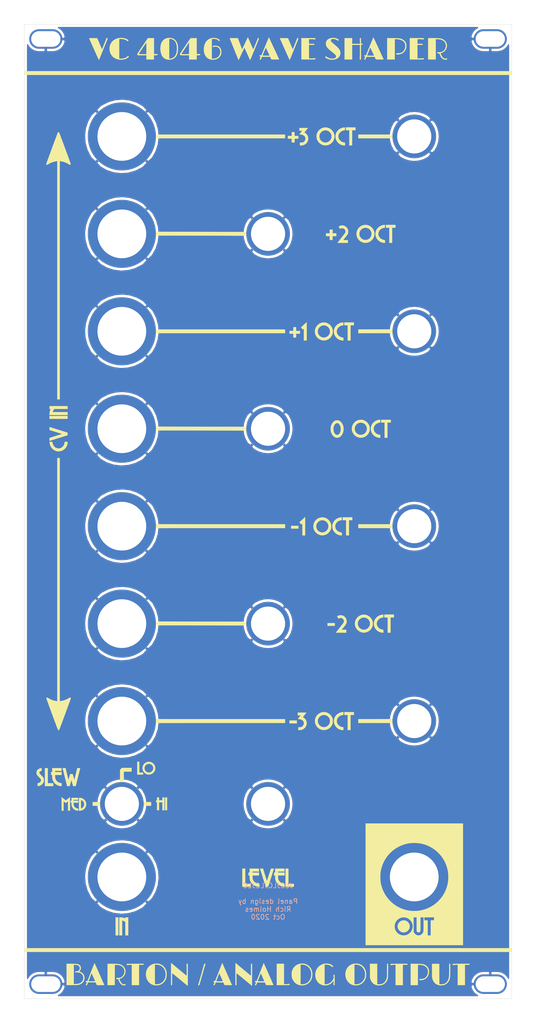
<source format=kicad_pcb>
(kicad_pcb (version 20171130) (host pcbnew 5.1.6-c6e7f7d~87~ubuntu20.04.1)
  (layers (0 F.Cu signal) (31 B.Cu signal) (34 B.Paste user) (35 F.Paste user) (36 B.SilkS user) (37 F.SilkS user) (38 B.Mask user) (39 F.Mask user) (44 Edge.Cuts user))
  (net 0 "")
  (net 1 GND)
  (module waveshaper:waveshaper-art (layer F.Cu) (at 100 100)
    (fp_text reference G*** hide)
    (fp_text value LOGO hide)
  )
  (module Kosmo_panel:Kosmo_Panel_Slotted_Mounting_Hole (layer F.Cu) (at 147 197 180)
    (fp_text reference H22 hide)
    (fp_text value MountingHole_Pad)
    (pad 1 thru_hole oval (at 1.4 0 180) (size 6.8 4) (drill oval 6 3.2) (layers *.Cu *.Mask) (net 1 GND))
  )
  (module Kosmo_panel:Kosmo_Pot_Hole (layer F.Cu) (at 100 83)
    (fp_text reference H21 hide)
    (fp_text value MountingHole_Pad)
    (pad 1 thru_hole circle (at 0 0) (size 9 9) (drill 7) (layers *.Cu *.Mask) (net 1 GND))
  )
  (module Kosmo_panel:Kosmo_Jack_Hole (layer F.Cu) (at 70 83)
    (fp_text reference H20 hide)
    (fp_text value MountingHole_Pad)
    (pad 1 thru_hole circle (at 0 0) (size 14 14) (drill 10) (layers *.Cu *.Mask) (net 1 GND))
  )
  (module Kosmo_panel:Kosmo_Panel_Slotted_Mounting_Hole (layer F.Cu) (at 53 197)
    (fp_text reference H19 hide)
    (fp_text value MountingHole_Pad)
    (pad 1 thru_hole oval (at 1.4 0) (size 6.8 4) (drill oval 6 3.2) (layers *.Cu *.Mask) (net 1 GND))
  )
  (module Kosmo_panel:Kosmo_Pot_Hole (layer F.Cu) (at 130 143)
    (fp_text reference H18 hide)
    (fp_text value MountingHole_Pad)
    (pad 1 thru_hole circle (at 0 0) (size 9 9) (drill 7) (layers *.Cu *.Mask) (net 1 GND))
  )
  (module Kosmo_panel:Kosmo_Pot_Hole (layer F.Cu) (at 130 63)
    (fp_text reference H17 hide)
    (fp_text value MountingHole_Pad)
    (pad 1 thru_hole circle (at 0 0) (size 9 9) (drill 7) (layers *.Cu *.Mask) (net 1 GND))
  )
  (module Kosmo_panel:Kosmo_Jack_Hole (layer F.Cu) (at 70 143)
    (fp_text reference H16 hide)
    (fp_text value MountingHole_Pad)
    (pad 1 thru_hole circle (at 0 0) (size 14 14) (drill 10) (layers *.Cu *.Mask) (net 1 GND))
  )
  (module Kosmo_panel:Kosmo_Jack_Hole (layer F.Cu) (at 70 63)
    (fp_text reference H15 hide)
    (fp_text value MountingHole_Pad)
    (pad 1 thru_hole circle (at 0 0) (size 14 14) (drill 10) (layers *.Cu *.Mask) (net 1 GND))
  )
  (module Kosmo_panel:Kosmo_Panel_Slotted_Mounting_Hole (layer F.Cu) (at 147 3 180)
    (fp_text reference H14 hide)
    (fp_text value MountingHole_Pad)
    (pad 1 thru_hole oval (at 1.4 0 180) (size 6.8 4) (drill oval 6 3.2) (layers *.Cu *.Mask) (net 1 GND))
  )
  (module Kosmo_panel:Kosmo_Jack_Hole (layer F.Cu) (at 130 175)
    (fp_text reference H13 hide)
    (fp_text value MountingHole_Pad)
    (pad 1 thru_hole circle (at 0 0) (size 14 14) (drill 10) (layers *.Cu *.Mask) (net 1 GND))
  )
  (module Kosmo_panel:Kosmo_Pot_Hole (layer F.Cu) (at 100 160)
    (fp_text reference H12 hide)
    (fp_text value MountingHole_Pad)
    (pad 1 thru_hole circle (at 0 0) (size 9 9) (drill 7) (layers *.Cu *.Mask) (net 1 GND))
  )
  (module Kosmo_panel:Kosmo_Pot_Hole (layer F.Cu) (at 100 123)
    (fp_text reference H11 hide)
    (fp_text value MountingHole_Pad)
    (pad 1 thru_hole circle (at 0 0) (size 9 9) (drill 7) (layers *.Cu *.Mask) (net 1 GND))
  )
  (module Kosmo_panel:Kosmo_Pot_Hole (layer F.Cu) (at 100 43)
    (fp_text reference H10 hide)
    (fp_text value MountingHole_Pad)
    (pad 1 thru_hole circle (at 0 0) (size 9 9) (drill 7) (layers *.Cu *.Mask) (net 1 GND))
  )
  (module Kosmo_panel:Kosmo_Jack_Hole (layer F.Cu) (at 70 123)
    (fp_text reference H9 hide)
    (fp_text value MountingHole_Pad)
    (pad 1 thru_hole circle (at 0 0) (size 14 14) (drill 10) (layers *.Cu *.Mask) (net 1 GND))
  )
  (module Kosmo_panel:Kosmo_Jack_Hole (layer F.Cu) (at 70 43)
    (fp_text reference H8 hide)
    (fp_text value MountingHole_Pad)
    (pad 1 thru_hole circle (at 0 0) (size 14 14) (drill 10) (layers *.Cu *.Mask) (net 1 GND))
  )
  (module Kosmo_panel:Kosmo_Panel_Slotted_Mounting_Hole (layer F.Cu) (at 53 3)
    (fp_text reference H7 hide)
    (fp_text value MountingHole_Pad)
    (pad 1 thru_hole oval (at 1.4 0) (size 6.8 4) (drill oval 6 3.2) (layers *.Cu *.Mask) (net 1 GND))
  )
  (module Kosmo_panel:Kosmo_Jack_Hole (layer F.Cu) (at 70 175)
    (fp_text reference H6 hide)
    (fp_text value MountingHole_Pad)
    (pad 1 thru_hole circle (at 0 0) (size 14 14) (drill 10) (layers *.Cu *.Mask) (net 1 GND))
  )
  (module Kosmo_panel:Kosmo_Switch_Hole (layer F.Cu) (at 70 160)
    (fp_text reference H5 hide)
    (fp_text value MountingHole_Pad)
    (pad 1 thru_hole circle (at 0 0) (size 9 9) (drill 7) (layers *.Cu *.Mask) (net 1 GND))
  )
  (module Kosmo_panel:Kosmo_Pot_Hole (layer F.Cu) (at 130 103)
    (fp_text reference H4 hide)
    (fp_text value MountingHole_Pad)
    (pad 1 thru_hole circle (at 0 0) (size 9 9) (drill 7) (layers *.Cu *.Mask) (net 1 GND))
  )
  (module Kosmo_panel:Kosmo_Pot_Hole (layer F.Cu) (at 130 23)
    (fp_text reference H3 hide)
    (fp_text value MountingHole_Pad)
    (pad 1 thru_hole circle (at 0 0) (size 9 9) (drill 7) (layers *.Cu *.Mask) (net 1 GND))
  )
  (module Kosmo_panel:Kosmo_Jack_Hole (layer F.Cu) (at 70 103)
    (fp_text reference H2 hide)
    (fp_text value MountingHole_Pad)
    (pad 1 thru_hole circle (at 0 0) (size 14 14) (drill 10) (layers *.Cu *.Mask) (net 1 GND))
  )
  (module Kosmo_panel:Kosmo_Jack_Hole (layer F.Cu) (at 70 23)
    (fp_text reference H1 hide)
    (fp_text value MountingHole_Pad)
    (pad 1 thru_hole circle (at 0 0) (size 14 14) (drill 10) (layers *.Cu *.Mask) (net 1 GND))
  )
  (module waveshaper:waveshaper-holes (layer F.Cu) (at 100 100)
    (fp_text reference G*** hide)
    (fp_text value LOGO hide)
  )
  (gr_text "JLCJLCJLCJLC\n\nPanel design by\nRich Holmes\nOct 2020" (at 100 180) (layer B.SilkS) (effects (font (size 1 1)) (justify mirror)))
  (gr_line (start 50 200) (end 50 0) (layer Edge.Cuts) (width 0.05))
  (gr_line (start 150 200) (end 50 200) (layer Edge.Cuts) (width 0.05))
  (gr_line (start 150 0) (end 150 200) (layer Edge.Cuts) (width 0.05))
  (gr_line (start 50 0) (end 150 0) (layer Edge.Cuts) (width 0.05))
  (zone (net 1) (net_name GND) (layer F.Cu) (connect_pads (clearance 0.508)) (min_thickness 0.254) (fill yes (arc_segments 32) (thermal_gap 0.508) (thermal_bridge_width 0.508))
    (polygon (pts (xy 155 205) (xy 45 205) (xy 45 -5) (xy 155 -5)))
  )
  (zone (net 1) (net_name GND) (layer B.Cu) (connect_pads (clearance 0.508)) (min_thickness 0.254) (fill yes (arc_segments 32) (thermal_gap 0.508) (thermal_bridge_width 0.508))
    (polygon (pts (xy 155 205) (xy 45 205) (xy 45 -5) (xy 155 -5)))
  )
)
</source>
